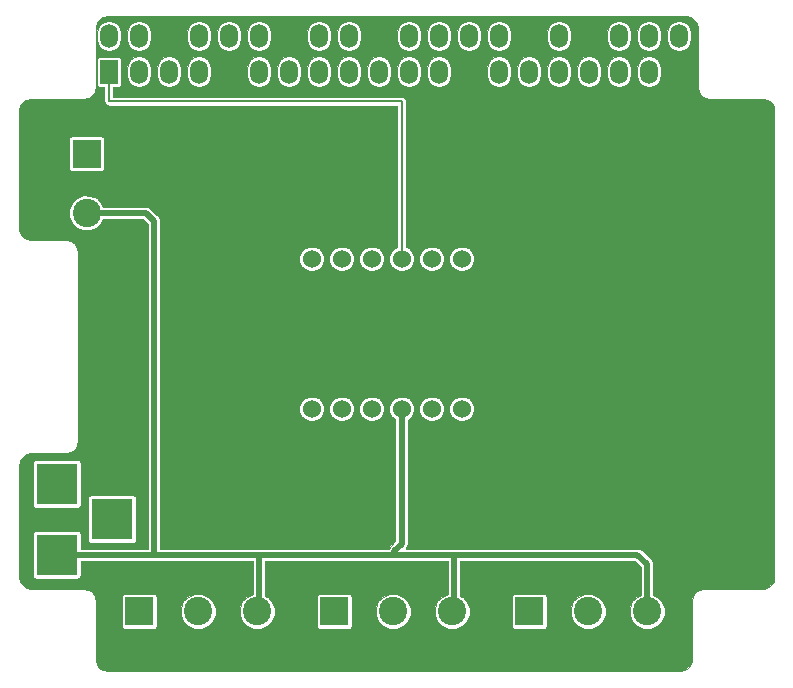
<source format=gbl>
G04 #@! TF.FileFunction,Copper,L2,Bot,Signal*
%FSLAX46Y46*%
G04 Gerber Fmt 4.6, Leading zero omitted, Abs format (unit mm)*
G04 Created by KiCad (PCBNEW 4.0.7) date 10/03/17 12:38:28*
%MOMM*%
%LPD*%
G01*
G04 APERTURE LIST*
%ADD10C,0.100000*%
%ADD11R,1.524000X1.998980*%
%ADD12O,1.524000X1.998980*%
%ADD13R,2.400000X2.400000*%
%ADD14C,2.400000*%
%ADD15R,3.500000X3.500000*%
%ADD16C,1.524000*%
%ADD17C,0.500000*%
%ADD18C,0.200000*%
%ADD19C,0.050000*%
G04 APERTURE END LIST*
D10*
D11*
X113290000Y-76338920D03*
D12*
X113290000Y-73301080D03*
X115830000Y-76338920D03*
X115830000Y-73301080D03*
X118370000Y-76338920D03*
X118370000Y-73301080D03*
X120910000Y-76338920D03*
X120910000Y-73301080D03*
X123450000Y-76338920D03*
X123450000Y-73301080D03*
X125990000Y-76338920D03*
X125990000Y-73301080D03*
X128530000Y-76338920D03*
X128530000Y-73301080D03*
X131070000Y-76338920D03*
X131070000Y-73301080D03*
X133610000Y-76338920D03*
X133610000Y-73301080D03*
X136150000Y-76338920D03*
X136150000Y-73301080D03*
X138690000Y-76338920D03*
X138690000Y-73301080D03*
X141230000Y-76338920D03*
X141230000Y-73301080D03*
X143770000Y-76338920D03*
X143770000Y-73301080D03*
X146310000Y-76338920D03*
X146310000Y-73301080D03*
X148850000Y-76338920D03*
X148850000Y-73301080D03*
X151390000Y-76338920D03*
X151390000Y-73301080D03*
X153930000Y-76338920D03*
X153930000Y-73301080D03*
X156470000Y-76338920D03*
X156470000Y-73301080D03*
X159010000Y-76338920D03*
X159010000Y-73301080D03*
X161550000Y-76338920D03*
X161550000Y-73301080D03*
D13*
X115850000Y-122020000D03*
D14*
X120850000Y-122020000D03*
X125850000Y-122020000D03*
D13*
X132360000Y-122020000D03*
D14*
X137360000Y-122020000D03*
X142360000Y-122020000D03*
D13*
X148870000Y-122020000D03*
D14*
X153870000Y-122020000D03*
X158870000Y-122020000D03*
D13*
X111405000Y-83285000D03*
D14*
X111405000Y-88285000D03*
D15*
X108865000Y-111225000D03*
X108865000Y-117225000D03*
X113565000Y-114225000D03*
D16*
X143155000Y-92175000D03*
X140615000Y-92175000D03*
X138075000Y-92175000D03*
X135535000Y-92175000D03*
X132995000Y-92175000D03*
X130455000Y-92175000D03*
X130455000Y-104875000D03*
X132995000Y-104875000D03*
X135535000Y-104875000D03*
X138075000Y-104875000D03*
X140615000Y-104875000D03*
X143155000Y-104875000D03*
D17*
X117120000Y-116940000D02*
X117120000Y-89000000D01*
X116405000Y-88285000D02*
X111405000Y-88285000D01*
X117120000Y-89000000D02*
X116405000Y-88285000D01*
X138075000Y-104875000D02*
X138075000Y-116305000D01*
X138075000Y-116305000D02*
X137440000Y-116940000D01*
X126010000Y-117225000D02*
X126010000Y-121860000D01*
X126010000Y-121860000D02*
X125850000Y-122020000D01*
X142520000Y-117225000D02*
X142520000Y-121860000D01*
X142520000Y-121860000D02*
X142360000Y-122020000D01*
X108865000Y-117225000D02*
X126010000Y-117225000D01*
X126010000Y-117225000D02*
X142520000Y-117225000D01*
X142520000Y-117225000D02*
X158045000Y-117225000D01*
X158870000Y-118050000D02*
X158870000Y-122020000D01*
X158045000Y-117225000D02*
X158870000Y-118050000D01*
D18*
X138075000Y-92175000D02*
X138075000Y-78840000D01*
X113290000Y-78820000D02*
X113290000Y-76090000D01*
X113310000Y-78840000D02*
X113290000Y-78820000D01*
X138075000Y-78840000D02*
X113310000Y-78840000D01*
D19*
G36*
X162542929Y-71719670D02*
X162859083Y-71930917D01*
X163070330Y-72247071D01*
X163145000Y-72622464D01*
X163145000Y-77620000D01*
X163145480Y-77624877D01*
X163221600Y-78007560D01*
X163225333Y-78016572D01*
X163442106Y-78340996D01*
X163449004Y-78347894D01*
X163773428Y-78564667D01*
X163782440Y-78568400D01*
X164165123Y-78644520D01*
X164170000Y-78645000D01*
X168667536Y-78645000D01*
X169042929Y-78719670D01*
X169359083Y-78930917D01*
X169570330Y-79247071D01*
X169595000Y-79371096D01*
X169595000Y-119368904D01*
X169570330Y-119492929D01*
X169359083Y-119809083D01*
X169042929Y-120020330D01*
X168667536Y-120095000D01*
X163670000Y-120095000D01*
X163665123Y-120095480D01*
X163282440Y-120171600D01*
X163273428Y-120175333D01*
X162949004Y-120392106D01*
X162942106Y-120399004D01*
X162725333Y-120723428D01*
X162721600Y-120732440D01*
X162645480Y-121115123D01*
X162645000Y-121120000D01*
X162645000Y-126117536D01*
X162570330Y-126492929D01*
X162359083Y-126809083D01*
X162042929Y-127020330D01*
X161667536Y-127095000D01*
X113172464Y-127095000D01*
X112797071Y-127020330D01*
X112480917Y-126809083D01*
X112269670Y-126492929D01*
X112195000Y-126117536D01*
X112195000Y-121120000D01*
X112194520Y-121115123D01*
X112135817Y-120820000D01*
X114369613Y-120820000D01*
X114369613Y-123220000D01*
X114388788Y-123321909D01*
X114449016Y-123415506D01*
X114540914Y-123478296D01*
X114650000Y-123500387D01*
X117050000Y-123500387D01*
X117151909Y-123481212D01*
X117245506Y-123420984D01*
X117308296Y-123329086D01*
X117330387Y-123220000D01*
X117330387Y-122312108D01*
X119374744Y-122312108D01*
X119598827Y-122854429D01*
X120013389Y-123269715D01*
X120555317Y-123494743D01*
X121142108Y-123495256D01*
X121684429Y-123271173D01*
X122099715Y-122856611D01*
X122324743Y-122314683D01*
X122325256Y-121727892D01*
X122101173Y-121185571D01*
X121686611Y-120770285D01*
X121144683Y-120545257D01*
X120557892Y-120544744D01*
X120015571Y-120768827D01*
X119600285Y-121183389D01*
X119375257Y-121725317D01*
X119374744Y-122312108D01*
X117330387Y-122312108D01*
X117330387Y-120820000D01*
X117311212Y-120718091D01*
X117250984Y-120624494D01*
X117159086Y-120561704D01*
X117050000Y-120539613D01*
X114650000Y-120539613D01*
X114548091Y-120558788D01*
X114454494Y-120619016D01*
X114391704Y-120710914D01*
X114369613Y-120820000D01*
X112135817Y-120820000D01*
X112118400Y-120732440D01*
X112114667Y-120723428D01*
X111897894Y-120399004D01*
X111890996Y-120392106D01*
X111566572Y-120175333D01*
X111557560Y-120171600D01*
X111174877Y-120095480D01*
X111170000Y-120095000D01*
X106672464Y-120095000D01*
X106297071Y-120020330D01*
X105980917Y-119809083D01*
X105769670Y-119492929D01*
X105695000Y-119117536D01*
X105695000Y-115475000D01*
X106834613Y-115475000D01*
X106834613Y-118975000D01*
X106853788Y-119076909D01*
X106914016Y-119170506D01*
X107005914Y-119233296D01*
X107115000Y-119255387D01*
X110615000Y-119255387D01*
X110716909Y-119236212D01*
X110810506Y-119175984D01*
X110873296Y-119084086D01*
X110895387Y-118975000D01*
X110895387Y-117750000D01*
X125485000Y-117750000D01*
X125485000Y-120574862D01*
X125015571Y-120768827D01*
X124600285Y-121183389D01*
X124375257Y-121725317D01*
X124374744Y-122312108D01*
X124598827Y-122854429D01*
X125013389Y-123269715D01*
X125555317Y-123494743D01*
X126142108Y-123495256D01*
X126684429Y-123271173D01*
X127099715Y-122856611D01*
X127324743Y-122314683D01*
X127325256Y-121727892D01*
X127101173Y-121185571D01*
X126736240Y-120820000D01*
X130879613Y-120820000D01*
X130879613Y-123220000D01*
X130898788Y-123321909D01*
X130959016Y-123415506D01*
X131050914Y-123478296D01*
X131160000Y-123500387D01*
X133560000Y-123500387D01*
X133661909Y-123481212D01*
X133755506Y-123420984D01*
X133818296Y-123329086D01*
X133840387Y-123220000D01*
X133840387Y-122312108D01*
X135884744Y-122312108D01*
X136108827Y-122854429D01*
X136523389Y-123269715D01*
X137065317Y-123494743D01*
X137652108Y-123495256D01*
X138194429Y-123271173D01*
X138609715Y-122856611D01*
X138834743Y-122314683D01*
X138835256Y-121727892D01*
X138611173Y-121185571D01*
X138196611Y-120770285D01*
X137654683Y-120545257D01*
X137067892Y-120544744D01*
X136525571Y-120768827D01*
X136110285Y-121183389D01*
X135885257Y-121725317D01*
X135884744Y-122312108D01*
X133840387Y-122312108D01*
X133840387Y-120820000D01*
X133821212Y-120718091D01*
X133760984Y-120624494D01*
X133669086Y-120561704D01*
X133560000Y-120539613D01*
X131160000Y-120539613D01*
X131058091Y-120558788D01*
X130964494Y-120619016D01*
X130901704Y-120710914D01*
X130879613Y-120820000D01*
X126736240Y-120820000D01*
X126686611Y-120770285D01*
X126535000Y-120707331D01*
X126535000Y-117750000D01*
X141995000Y-117750000D01*
X141995000Y-120574862D01*
X141525571Y-120768827D01*
X141110285Y-121183389D01*
X140885257Y-121725317D01*
X140884744Y-122312108D01*
X141108827Y-122854429D01*
X141523389Y-123269715D01*
X142065317Y-123494743D01*
X142652108Y-123495256D01*
X143194429Y-123271173D01*
X143609715Y-122856611D01*
X143834743Y-122314683D01*
X143835256Y-121727892D01*
X143611173Y-121185571D01*
X143246240Y-120820000D01*
X147389613Y-120820000D01*
X147389613Y-123220000D01*
X147408788Y-123321909D01*
X147469016Y-123415506D01*
X147560914Y-123478296D01*
X147670000Y-123500387D01*
X150070000Y-123500387D01*
X150171909Y-123481212D01*
X150265506Y-123420984D01*
X150328296Y-123329086D01*
X150350387Y-123220000D01*
X150350387Y-122312108D01*
X152394744Y-122312108D01*
X152618827Y-122854429D01*
X153033389Y-123269715D01*
X153575317Y-123494743D01*
X154162108Y-123495256D01*
X154704429Y-123271173D01*
X155119715Y-122856611D01*
X155344743Y-122314683D01*
X155345256Y-121727892D01*
X155121173Y-121185571D01*
X154706611Y-120770285D01*
X154164683Y-120545257D01*
X153577892Y-120544744D01*
X153035571Y-120768827D01*
X152620285Y-121183389D01*
X152395257Y-121725317D01*
X152394744Y-122312108D01*
X150350387Y-122312108D01*
X150350387Y-120820000D01*
X150331212Y-120718091D01*
X150270984Y-120624494D01*
X150179086Y-120561704D01*
X150070000Y-120539613D01*
X147670000Y-120539613D01*
X147568091Y-120558788D01*
X147474494Y-120619016D01*
X147411704Y-120710914D01*
X147389613Y-120820000D01*
X143246240Y-120820000D01*
X143196611Y-120770285D01*
X143045000Y-120707331D01*
X143045000Y-117750000D01*
X157827538Y-117750000D01*
X158345000Y-118267462D01*
X158345000Y-120640973D01*
X158035571Y-120768827D01*
X157620285Y-121183389D01*
X157395257Y-121725317D01*
X157394744Y-122312108D01*
X157618827Y-122854429D01*
X158033389Y-123269715D01*
X158575317Y-123494743D01*
X159162108Y-123495256D01*
X159704429Y-123271173D01*
X160119715Y-122856611D01*
X160344743Y-122314683D01*
X160345256Y-121727892D01*
X160121173Y-121185571D01*
X159706611Y-120770285D01*
X159395000Y-120640893D01*
X159395000Y-118050000D01*
X159355037Y-117849091D01*
X159241231Y-117678769D01*
X158416231Y-116853769D01*
X158245909Y-116739963D01*
X158045000Y-116700000D01*
X138422462Y-116700000D01*
X138446231Y-116676231D01*
X138560037Y-116505909D01*
X138600000Y-116305000D01*
X138600000Y-105780110D01*
X138661646Y-105754638D01*
X138953613Y-105463180D01*
X139111820Y-105082177D01*
X139111821Y-105080367D01*
X139577820Y-105080367D01*
X139735362Y-105461646D01*
X140026820Y-105753613D01*
X140407823Y-105911820D01*
X140820367Y-105912180D01*
X141201646Y-105754638D01*
X141493613Y-105463180D01*
X141651820Y-105082177D01*
X141651821Y-105080367D01*
X142117820Y-105080367D01*
X142275362Y-105461646D01*
X142566820Y-105753613D01*
X142947823Y-105911820D01*
X143360367Y-105912180D01*
X143741646Y-105754638D01*
X144033613Y-105463180D01*
X144191820Y-105082177D01*
X144192180Y-104669633D01*
X144034638Y-104288354D01*
X143743180Y-103996387D01*
X143362177Y-103838180D01*
X142949633Y-103837820D01*
X142568354Y-103995362D01*
X142276387Y-104286820D01*
X142118180Y-104667823D01*
X142117820Y-105080367D01*
X141651821Y-105080367D01*
X141652180Y-104669633D01*
X141494638Y-104288354D01*
X141203180Y-103996387D01*
X140822177Y-103838180D01*
X140409633Y-103837820D01*
X140028354Y-103995362D01*
X139736387Y-104286820D01*
X139578180Y-104667823D01*
X139577820Y-105080367D01*
X139111821Y-105080367D01*
X139112180Y-104669633D01*
X138954638Y-104288354D01*
X138663180Y-103996387D01*
X138282177Y-103838180D01*
X137869633Y-103837820D01*
X137488354Y-103995362D01*
X137196387Y-104286820D01*
X137038180Y-104667823D01*
X137037820Y-105080367D01*
X137195362Y-105461646D01*
X137486820Y-105753613D01*
X137550000Y-105779848D01*
X137550000Y-116087538D01*
X137068769Y-116568769D01*
X136981083Y-116700000D01*
X117645000Y-116700000D01*
X117645000Y-105080367D01*
X129417820Y-105080367D01*
X129575362Y-105461646D01*
X129866820Y-105753613D01*
X130247823Y-105911820D01*
X130660367Y-105912180D01*
X131041646Y-105754638D01*
X131333613Y-105463180D01*
X131491820Y-105082177D01*
X131491821Y-105080367D01*
X131957820Y-105080367D01*
X132115362Y-105461646D01*
X132406820Y-105753613D01*
X132787823Y-105911820D01*
X133200367Y-105912180D01*
X133581646Y-105754638D01*
X133873613Y-105463180D01*
X134031820Y-105082177D01*
X134031821Y-105080367D01*
X134497820Y-105080367D01*
X134655362Y-105461646D01*
X134946820Y-105753613D01*
X135327823Y-105911820D01*
X135740367Y-105912180D01*
X136121646Y-105754638D01*
X136413613Y-105463180D01*
X136571820Y-105082177D01*
X136572180Y-104669633D01*
X136414638Y-104288354D01*
X136123180Y-103996387D01*
X135742177Y-103838180D01*
X135329633Y-103837820D01*
X134948354Y-103995362D01*
X134656387Y-104286820D01*
X134498180Y-104667823D01*
X134497820Y-105080367D01*
X134031821Y-105080367D01*
X134032180Y-104669633D01*
X133874638Y-104288354D01*
X133583180Y-103996387D01*
X133202177Y-103838180D01*
X132789633Y-103837820D01*
X132408354Y-103995362D01*
X132116387Y-104286820D01*
X131958180Y-104667823D01*
X131957820Y-105080367D01*
X131491821Y-105080367D01*
X131492180Y-104669633D01*
X131334638Y-104288354D01*
X131043180Y-103996387D01*
X130662177Y-103838180D01*
X130249633Y-103837820D01*
X129868354Y-103995362D01*
X129576387Y-104286820D01*
X129418180Y-104667823D01*
X129417820Y-105080367D01*
X117645000Y-105080367D01*
X117645000Y-92380367D01*
X129417820Y-92380367D01*
X129575362Y-92761646D01*
X129866820Y-93053613D01*
X130247823Y-93211820D01*
X130660367Y-93212180D01*
X131041646Y-93054638D01*
X131333613Y-92763180D01*
X131491820Y-92382177D01*
X131491821Y-92380367D01*
X131957820Y-92380367D01*
X132115362Y-92761646D01*
X132406820Y-93053613D01*
X132787823Y-93211820D01*
X133200367Y-93212180D01*
X133581646Y-93054638D01*
X133873613Y-92763180D01*
X134031820Y-92382177D01*
X134031821Y-92380367D01*
X134497820Y-92380367D01*
X134655362Y-92761646D01*
X134946820Y-93053613D01*
X135327823Y-93211820D01*
X135740367Y-93212180D01*
X136121646Y-93054638D01*
X136413613Y-92763180D01*
X136571820Y-92382177D01*
X136572180Y-91969633D01*
X136414638Y-91588354D01*
X136123180Y-91296387D01*
X135742177Y-91138180D01*
X135329633Y-91137820D01*
X134948354Y-91295362D01*
X134656387Y-91586820D01*
X134498180Y-91967823D01*
X134497820Y-92380367D01*
X134031821Y-92380367D01*
X134032180Y-91969633D01*
X133874638Y-91588354D01*
X133583180Y-91296387D01*
X133202177Y-91138180D01*
X132789633Y-91137820D01*
X132408354Y-91295362D01*
X132116387Y-91586820D01*
X131958180Y-91967823D01*
X131957820Y-92380367D01*
X131491821Y-92380367D01*
X131492180Y-91969633D01*
X131334638Y-91588354D01*
X131043180Y-91296387D01*
X130662177Y-91138180D01*
X130249633Y-91137820D01*
X129868354Y-91295362D01*
X129576387Y-91586820D01*
X129418180Y-91967823D01*
X129417820Y-92380367D01*
X117645000Y-92380367D01*
X117645000Y-89000000D01*
X117605037Y-88799091D01*
X117491231Y-88628769D01*
X116776231Y-87913769D01*
X116605909Y-87799963D01*
X116405000Y-87760000D01*
X112784027Y-87760000D01*
X112656173Y-87450571D01*
X112241611Y-87035285D01*
X111699683Y-86810257D01*
X111112892Y-86809744D01*
X110570571Y-87033827D01*
X110155285Y-87448389D01*
X109930257Y-87990317D01*
X109929744Y-88577108D01*
X110153827Y-89119429D01*
X110568389Y-89534715D01*
X111110317Y-89759743D01*
X111697108Y-89760256D01*
X112239429Y-89536173D01*
X112654715Y-89121611D01*
X112784107Y-88810000D01*
X116187538Y-88810000D01*
X116595000Y-89217462D01*
X116595000Y-116700000D01*
X110895387Y-116700000D01*
X110895387Y-115475000D01*
X110876212Y-115373091D01*
X110815984Y-115279494D01*
X110724086Y-115216704D01*
X110615000Y-115194613D01*
X107115000Y-115194613D01*
X107013091Y-115213788D01*
X106919494Y-115274016D01*
X106856704Y-115365914D01*
X106834613Y-115475000D01*
X105695000Y-115475000D01*
X105695000Y-109622464D01*
X105724332Y-109475000D01*
X106834613Y-109475000D01*
X106834613Y-112975000D01*
X106853788Y-113076909D01*
X106914016Y-113170506D01*
X107005914Y-113233296D01*
X107115000Y-113255387D01*
X110615000Y-113255387D01*
X110716909Y-113236212D01*
X110810506Y-113175984D01*
X110873296Y-113084086D01*
X110895387Y-112975000D01*
X110895387Y-112475000D01*
X111534613Y-112475000D01*
X111534613Y-115975000D01*
X111553788Y-116076909D01*
X111614016Y-116170506D01*
X111705914Y-116233296D01*
X111815000Y-116255387D01*
X115315000Y-116255387D01*
X115416909Y-116236212D01*
X115510506Y-116175984D01*
X115573296Y-116084086D01*
X115595387Y-115975000D01*
X115595387Y-112475000D01*
X115576212Y-112373091D01*
X115515984Y-112279494D01*
X115424086Y-112216704D01*
X115315000Y-112194613D01*
X111815000Y-112194613D01*
X111713091Y-112213788D01*
X111619494Y-112274016D01*
X111556704Y-112365914D01*
X111534613Y-112475000D01*
X110895387Y-112475000D01*
X110895387Y-109475000D01*
X110876212Y-109373091D01*
X110815984Y-109279494D01*
X110724086Y-109216704D01*
X110615000Y-109194613D01*
X107115000Y-109194613D01*
X107013091Y-109213788D01*
X106919494Y-109274016D01*
X106856704Y-109365914D01*
X106834613Y-109475000D01*
X105724332Y-109475000D01*
X105769670Y-109247071D01*
X105980917Y-108930917D01*
X106297071Y-108719670D01*
X106672464Y-108645000D01*
X109670000Y-108645000D01*
X109674877Y-108644520D01*
X110057560Y-108568400D01*
X110066572Y-108564667D01*
X110390996Y-108347894D01*
X110397894Y-108340996D01*
X110614667Y-108016572D01*
X110618400Y-108007560D01*
X110694520Y-107624877D01*
X110695000Y-107620000D01*
X110695000Y-91620000D01*
X110694520Y-91615123D01*
X110618400Y-91232440D01*
X110614667Y-91223428D01*
X110397894Y-90899004D01*
X110390996Y-90892106D01*
X110066572Y-90675333D01*
X110057560Y-90671600D01*
X109674877Y-90595480D01*
X109670000Y-90595000D01*
X106672464Y-90595000D01*
X106297071Y-90520330D01*
X105980917Y-90309083D01*
X105769670Y-89992929D01*
X105695000Y-89617536D01*
X105695000Y-82085000D01*
X109924613Y-82085000D01*
X109924613Y-84485000D01*
X109943788Y-84586909D01*
X110004016Y-84680506D01*
X110095914Y-84743296D01*
X110205000Y-84765387D01*
X112605000Y-84765387D01*
X112706909Y-84746212D01*
X112800506Y-84685984D01*
X112863296Y-84594086D01*
X112885387Y-84485000D01*
X112885387Y-82085000D01*
X112866212Y-81983091D01*
X112805984Y-81889494D01*
X112714086Y-81826704D01*
X112605000Y-81804613D01*
X110205000Y-81804613D01*
X110103091Y-81823788D01*
X110009494Y-81884016D01*
X109946704Y-81975914D01*
X109924613Y-82085000D01*
X105695000Y-82085000D01*
X105695000Y-79622464D01*
X105769670Y-79247071D01*
X105980917Y-78930917D01*
X106297071Y-78719670D01*
X106672464Y-78645000D01*
X111170000Y-78645000D01*
X111174877Y-78644520D01*
X111557560Y-78568400D01*
X111566572Y-78564667D01*
X111890996Y-78347894D01*
X111897894Y-78340996D01*
X112114667Y-78016572D01*
X112118400Y-78007560D01*
X112194520Y-77624877D01*
X112195000Y-77620000D01*
X112195000Y-75339430D01*
X112247613Y-75339430D01*
X112247613Y-77338410D01*
X112266788Y-77440319D01*
X112327016Y-77533916D01*
X112418914Y-77596706D01*
X112528000Y-77618797D01*
X112915000Y-77618797D01*
X112915000Y-78820000D01*
X112943545Y-78963507D01*
X113024835Y-79085165D01*
X113044835Y-79105165D01*
X113166493Y-79186455D01*
X113310000Y-79215000D01*
X137700000Y-79215000D01*
X137700000Y-91207911D01*
X137488354Y-91295362D01*
X137196387Y-91586820D01*
X137038180Y-91967823D01*
X137037820Y-92380367D01*
X137195362Y-92761646D01*
X137486820Y-93053613D01*
X137867823Y-93211820D01*
X138280367Y-93212180D01*
X138661646Y-93054638D01*
X138953613Y-92763180D01*
X139111820Y-92382177D01*
X139111821Y-92380367D01*
X139577820Y-92380367D01*
X139735362Y-92761646D01*
X140026820Y-93053613D01*
X140407823Y-93211820D01*
X140820367Y-93212180D01*
X141201646Y-93054638D01*
X141493613Y-92763180D01*
X141651820Y-92382177D01*
X141651821Y-92380367D01*
X142117820Y-92380367D01*
X142275362Y-92761646D01*
X142566820Y-93053613D01*
X142947823Y-93211820D01*
X143360367Y-93212180D01*
X143741646Y-93054638D01*
X144033613Y-92763180D01*
X144191820Y-92382177D01*
X144192180Y-91969633D01*
X144034638Y-91588354D01*
X143743180Y-91296387D01*
X143362177Y-91138180D01*
X142949633Y-91137820D01*
X142568354Y-91295362D01*
X142276387Y-91586820D01*
X142118180Y-91967823D01*
X142117820Y-92380367D01*
X141651821Y-92380367D01*
X141652180Y-91969633D01*
X141494638Y-91588354D01*
X141203180Y-91296387D01*
X140822177Y-91138180D01*
X140409633Y-91137820D01*
X140028354Y-91295362D01*
X139736387Y-91586820D01*
X139578180Y-91967823D01*
X139577820Y-92380367D01*
X139111821Y-92380367D01*
X139112180Y-91969633D01*
X138954638Y-91588354D01*
X138663180Y-91296387D01*
X138450000Y-91207867D01*
X138450000Y-78840000D01*
X138421455Y-78696494D01*
X138340165Y-78574835D01*
X138218506Y-78493545D01*
X138075000Y-78465000D01*
X113665000Y-78465000D01*
X113665000Y-77618797D01*
X114052000Y-77618797D01*
X114153909Y-77599622D01*
X114247506Y-77539394D01*
X114310296Y-77447496D01*
X114332387Y-77338410D01*
X114332387Y-76076461D01*
X114793000Y-76076461D01*
X114793000Y-76601379D01*
X114871937Y-76998222D01*
X115096730Y-77334649D01*
X115433157Y-77559442D01*
X115830000Y-77638379D01*
X116226843Y-77559442D01*
X116563270Y-77334649D01*
X116788063Y-76998222D01*
X116867000Y-76601379D01*
X116867000Y-76076461D01*
X117333000Y-76076461D01*
X117333000Y-76601379D01*
X117411937Y-76998222D01*
X117636730Y-77334649D01*
X117973157Y-77559442D01*
X118370000Y-77638379D01*
X118766843Y-77559442D01*
X119103270Y-77334649D01*
X119328063Y-76998222D01*
X119407000Y-76601379D01*
X119407000Y-76076461D01*
X119873000Y-76076461D01*
X119873000Y-76601379D01*
X119951937Y-76998222D01*
X120176730Y-77334649D01*
X120513157Y-77559442D01*
X120910000Y-77638379D01*
X121306843Y-77559442D01*
X121643270Y-77334649D01*
X121868063Y-76998222D01*
X121947000Y-76601379D01*
X121947000Y-76076461D01*
X124953000Y-76076461D01*
X124953000Y-76601379D01*
X125031937Y-76998222D01*
X125256730Y-77334649D01*
X125593157Y-77559442D01*
X125990000Y-77638379D01*
X126386843Y-77559442D01*
X126723270Y-77334649D01*
X126948063Y-76998222D01*
X127027000Y-76601379D01*
X127027000Y-76076461D01*
X127493000Y-76076461D01*
X127493000Y-76601379D01*
X127571937Y-76998222D01*
X127796730Y-77334649D01*
X128133157Y-77559442D01*
X128530000Y-77638379D01*
X128926843Y-77559442D01*
X129263270Y-77334649D01*
X129488063Y-76998222D01*
X129567000Y-76601379D01*
X129567000Y-76076461D01*
X130033000Y-76076461D01*
X130033000Y-76601379D01*
X130111937Y-76998222D01*
X130336730Y-77334649D01*
X130673157Y-77559442D01*
X131070000Y-77638379D01*
X131466843Y-77559442D01*
X131803270Y-77334649D01*
X132028063Y-76998222D01*
X132107000Y-76601379D01*
X132107000Y-76076461D01*
X132573000Y-76076461D01*
X132573000Y-76601379D01*
X132651937Y-76998222D01*
X132876730Y-77334649D01*
X133213157Y-77559442D01*
X133610000Y-77638379D01*
X134006843Y-77559442D01*
X134343270Y-77334649D01*
X134568063Y-76998222D01*
X134647000Y-76601379D01*
X134647000Y-76076461D01*
X135113000Y-76076461D01*
X135113000Y-76601379D01*
X135191937Y-76998222D01*
X135416730Y-77334649D01*
X135753157Y-77559442D01*
X136150000Y-77638379D01*
X136546843Y-77559442D01*
X136883270Y-77334649D01*
X137108063Y-76998222D01*
X137187000Y-76601379D01*
X137187000Y-76076461D01*
X137653000Y-76076461D01*
X137653000Y-76601379D01*
X137731937Y-76998222D01*
X137956730Y-77334649D01*
X138293157Y-77559442D01*
X138690000Y-77638379D01*
X139086843Y-77559442D01*
X139423270Y-77334649D01*
X139648063Y-76998222D01*
X139727000Y-76601379D01*
X139727000Y-76076461D01*
X140193000Y-76076461D01*
X140193000Y-76601379D01*
X140271937Y-76998222D01*
X140496730Y-77334649D01*
X140833157Y-77559442D01*
X141230000Y-77638379D01*
X141626843Y-77559442D01*
X141963270Y-77334649D01*
X142188063Y-76998222D01*
X142267000Y-76601379D01*
X142267000Y-76076461D01*
X145273000Y-76076461D01*
X145273000Y-76601379D01*
X145351937Y-76998222D01*
X145576730Y-77334649D01*
X145913157Y-77559442D01*
X146310000Y-77638379D01*
X146706843Y-77559442D01*
X147043270Y-77334649D01*
X147268063Y-76998222D01*
X147347000Y-76601379D01*
X147347000Y-76076461D01*
X147813000Y-76076461D01*
X147813000Y-76601379D01*
X147891937Y-76998222D01*
X148116730Y-77334649D01*
X148453157Y-77559442D01*
X148850000Y-77638379D01*
X149246843Y-77559442D01*
X149583270Y-77334649D01*
X149808063Y-76998222D01*
X149887000Y-76601379D01*
X149887000Y-76076461D01*
X150353000Y-76076461D01*
X150353000Y-76601379D01*
X150431937Y-76998222D01*
X150656730Y-77334649D01*
X150993157Y-77559442D01*
X151390000Y-77638379D01*
X151786843Y-77559442D01*
X152123270Y-77334649D01*
X152348063Y-76998222D01*
X152427000Y-76601379D01*
X152427000Y-76076461D01*
X152893000Y-76076461D01*
X152893000Y-76601379D01*
X152971937Y-76998222D01*
X153196730Y-77334649D01*
X153533157Y-77559442D01*
X153930000Y-77638379D01*
X154326843Y-77559442D01*
X154663270Y-77334649D01*
X154888063Y-76998222D01*
X154967000Y-76601379D01*
X154967000Y-76076461D01*
X155433000Y-76076461D01*
X155433000Y-76601379D01*
X155511937Y-76998222D01*
X155736730Y-77334649D01*
X156073157Y-77559442D01*
X156470000Y-77638379D01*
X156866843Y-77559442D01*
X157203270Y-77334649D01*
X157428063Y-76998222D01*
X157507000Y-76601379D01*
X157507000Y-76076461D01*
X157973000Y-76076461D01*
X157973000Y-76601379D01*
X158051937Y-76998222D01*
X158276730Y-77334649D01*
X158613157Y-77559442D01*
X159010000Y-77638379D01*
X159406843Y-77559442D01*
X159743270Y-77334649D01*
X159968063Y-76998222D01*
X160047000Y-76601379D01*
X160047000Y-76076461D01*
X159968063Y-75679618D01*
X159743270Y-75343191D01*
X159406843Y-75118398D01*
X159010000Y-75039461D01*
X158613157Y-75118398D01*
X158276730Y-75343191D01*
X158051937Y-75679618D01*
X157973000Y-76076461D01*
X157507000Y-76076461D01*
X157428063Y-75679618D01*
X157203270Y-75343191D01*
X156866843Y-75118398D01*
X156470000Y-75039461D01*
X156073157Y-75118398D01*
X155736730Y-75343191D01*
X155511937Y-75679618D01*
X155433000Y-76076461D01*
X154967000Y-76076461D01*
X154888063Y-75679618D01*
X154663270Y-75343191D01*
X154326843Y-75118398D01*
X153930000Y-75039461D01*
X153533157Y-75118398D01*
X153196730Y-75343191D01*
X152971937Y-75679618D01*
X152893000Y-76076461D01*
X152427000Y-76076461D01*
X152348063Y-75679618D01*
X152123270Y-75343191D01*
X151786843Y-75118398D01*
X151390000Y-75039461D01*
X150993157Y-75118398D01*
X150656730Y-75343191D01*
X150431937Y-75679618D01*
X150353000Y-76076461D01*
X149887000Y-76076461D01*
X149808063Y-75679618D01*
X149583270Y-75343191D01*
X149246843Y-75118398D01*
X148850000Y-75039461D01*
X148453157Y-75118398D01*
X148116730Y-75343191D01*
X147891937Y-75679618D01*
X147813000Y-76076461D01*
X147347000Y-76076461D01*
X147268063Y-75679618D01*
X147043270Y-75343191D01*
X146706843Y-75118398D01*
X146310000Y-75039461D01*
X145913157Y-75118398D01*
X145576730Y-75343191D01*
X145351937Y-75679618D01*
X145273000Y-76076461D01*
X142267000Y-76076461D01*
X142188063Y-75679618D01*
X141963270Y-75343191D01*
X141626843Y-75118398D01*
X141230000Y-75039461D01*
X140833157Y-75118398D01*
X140496730Y-75343191D01*
X140271937Y-75679618D01*
X140193000Y-76076461D01*
X139727000Y-76076461D01*
X139648063Y-75679618D01*
X139423270Y-75343191D01*
X139086843Y-75118398D01*
X138690000Y-75039461D01*
X138293157Y-75118398D01*
X137956730Y-75343191D01*
X137731937Y-75679618D01*
X137653000Y-76076461D01*
X137187000Y-76076461D01*
X137108063Y-75679618D01*
X136883270Y-75343191D01*
X136546843Y-75118398D01*
X136150000Y-75039461D01*
X135753157Y-75118398D01*
X135416730Y-75343191D01*
X135191937Y-75679618D01*
X135113000Y-76076461D01*
X134647000Y-76076461D01*
X134568063Y-75679618D01*
X134343270Y-75343191D01*
X134006843Y-75118398D01*
X133610000Y-75039461D01*
X133213157Y-75118398D01*
X132876730Y-75343191D01*
X132651937Y-75679618D01*
X132573000Y-76076461D01*
X132107000Y-76076461D01*
X132028063Y-75679618D01*
X131803270Y-75343191D01*
X131466843Y-75118398D01*
X131070000Y-75039461D01*
X130673157Y-75118398D01*
X130336730Y-75343191D01*
X130111937Y-75679618D01*
X130033000Y-76076461D01*
X129567000Y-76076461D01*
X129488063Y-75679618D01*
X129263270Y-75343191D01*
X128926843Y-75118398D01*
X128530000Y-75039461D01*
X128133157Y-75118398D01*
X127796730Y-75343191D01*
X127571937Y-75679618D01*
X127493000Y-76076461D01*
X127027000Y-76076461D01*
X126948063Y-75679618D01*
X126723270Y-75343191D01*
X126386843Y-75118398D01*
X125990000Y-75039461D01*
X125593157Y-75118398D01*
X125256730Y-75343191D01*
X125031937Y-75679618D01*
X124953000Y-76076461D01*
X121947000Y-76076461D01*
X121868063Y-75679618D01*
X121643270Y-75343191D01*
X121306843Y-75118398D01*
X120910000Y-75039461D01*
X120513157Y-75118398D01*
X120176730Y-75343191D01*
X119951937Y-75679618D01*
X119873000Y-76076461D01*
X119407000Y-76076461D01*
X119328063Y-75679618D01*
X119103270Y-75343191D01*
X118766843Y-75118398D01*
X118370000Y-75039461D01*
X117973157Y-75118398D01*
X117636730Y-75343191D01*
X117411937Y-75679618D01*
X117333000Y-76076461D01*
X116867000Y-76076461D01*
X116788063Y-75679618D01*
X116563270Y-75343191D01*
X116226843Y-75118398D01*
X115830000Y-75039461D01*
X115433157Y-75118398D01*
X115096730Y-75343191D01*
X114871937Y-75679618D01*
X114793000Y-76076461D01*
X114332387Y-76076461D01*
X114332387Y-75339430D01*
X114313212Y-75237521D01*
X114252984Y-75143924D01*
X114161086Y-75081134D01*
X114052000Y-75059043D01*
X112528000Y-75059043D01*
X112426091Y-75078218D01*
X112332494Y-75138446D01*
X112269704Y-75230344D01*
X112247613Y-75339430D01*
X112195000Y-75339430D01*
X112195000Y-73038621D01*
X112253000Y-73038621D01*
X112253000Y-73563539D01*
X112331937Y-73960382D01*
X112556730Y-74296809D01*
X112893157Y-74521602D01*
X113290000Y-74600539D01*
X113686843Y-74521602D01*
X114023270Y-74296809D01*
X114248063Y-73960382D01*
X114327000Y-73563539D01*
X114327000Y-73038621D01*
X114793000Y-73038621D01*
X114793000Y-73563539D01*
X114871937Y-73960382D01*
X115096730Y-74296809D01*
X115433157Y-74521602D01*
X115830000Y-74600539D01*
X116226843Y-74521602D01*
X116563270Y-74296809D01*
X116788063Y-73960382D01*
X116867000Y-73563539D01*
X116867000Y-73038621D01*
X119873000Y-73038621D01*
X119873000Y-73563539D01*
X119951937Y-73960382D01*
X120176730Y-74296809D01*
X120513157Y-74521602D01*
X120910000Y-74600539D01*
X121306843Y-74521602D01*
X121643270Y-74296809D01*
X121868063Y-73960382D01*
X121947000Y-73563539D01*
X121947000Y-73038621D01*
X122413000Y-73038621D01*
X122413000Y-73563539D01*
X122491937Y-73960382D01*
X122716730Y-74296809D01*
X123053157Y-74521602D01*
X123450000Y-74600539D01*
X123846843Y-74521602D01*
X124183270Y-74296809D01*
X124408063Y-73960382D01*
X124487000Y-73563539D01*
X124487000Y-73038621D01*
X124953000Y-73038621D01*
X124953000Y-73563539D01*
X125031937Y-73960382D01*
X125256730Y-74296809D01*
X125593157Y-74521602D01*
X125990000Y-74600539D01*
X126386843Y-74521602D01*
X126723270Y-74296809D01*
X126948063Y-73960382D01*
X127027000Y-73563539D01*
X127027000Y-73038621D01*
X130033000Y-73038621D01*
X130033000Y-73563539D01*
X130111937Y-73960382D01*
X130336730Y-74296809D01*
X130673157Y-74521602D01*
X131070000Y-74600539D01*
X131466843Y-74521602D01*
X131803270Y-74296809D01*
X132028063Y-73960382D01*
X132107000Y-73563539D01*
X132107000Y-73038621D01*
X132573000Y-73038621D01*
X132573000Y-73563539D01*
X132651937Y-73960382D01*
X132876730Y-74296809D01*
X133213157Y-74521602D01*
X133610000Y-74600539D01*
X134006843Y-74521602D01*
X134343270Y-74296809D01*
X134568063Y-73960382D01*
X134647000Y-73563539D01*
X134647000Y-73038621D01*
X137653000Y-73038621D01*
X137653000Y-73563539D01*
X137731937Y-73960382D01*
X137956730Y-74296809D01*
X138293157Y-74521602D01*
X138690000Y-74600539D01*
X139086843Y-74521602D01*
X139423270Y-74296809D01*
X139648063Y-73960382D01*
X139727000Y-73563539D01*
X139727000Y-73038621D01*
X140193000Y-73038621D01*
X140193000Y-73563539D01*
X140271937Y-73960382D01*
X140496730Y-74296809D01*
X140833157Y-74521602D01*
X141230000Y-74600539D01*
X141626843Y-74521602D01*
X141963270Y-74296809D01*
X142188063Y-73960382D01*
X142267000Y-73563539D01*
X142267000Y-73038621D01*
X142733000Y-73038621D01*
X142733000Y-73563539D01*
X142811937Y-73960382D01*
X143036730Y-74296809D01*
X143373157Y-74521602D01*
X143770000Y-74600539D01*
X144166843Y-74521602D01*
X144503270Y-74296809D01*
X144728063Y-73960382D01*
X144807000Y-73563539D01*
X144807000Y-73038621D01*
X145273000Y-73038621D01*
X145273000Y-73563539D01*
X145351937Y-73960382D01*
X145576730Y-74296809D01*
X145913157Y-74521602D01*
X146310000Y-74600539D01*
X146706843Y-74521602D01*
X147043270Y-74296809D01*
X147268063Y-73960382D01*
X147347000Y-73563539D01*
X147347000Y-73038621D01*
X150353000Y-73038621D01*
X150353000Y-73563539D01*
X150431937Y-73960382D01*
X150656730Y-74296809D01*
X150993157Y-74521602D01*
X151390000Y-74600539D01*
X151786843Y-74521602D01*
X152123270Y-74296809D01*
X152348063Y-73960382D01*
X152427000Y-73563539D01*
X152427000Y-73038621D01*
X155433000Y-73038621D01*
X155433000Y-73563539D01*
X155511937Y-73960382D01*
X155736730Y-74296809D01*
X156073157Y-74521602D01*
X156470000Y-74600539D01*
X156866843Y-74521602D01*
X157203270Y-74296809D01*
X157428063Y-73960382D01*
X157507000Y-73563539D01*
X157507000Y-73038621D01*
X157973000Y-73038621D01*
X157973000Y-73563539D01*
X158051937Y-73960382D01*
X158276730Y-74296809D01*
X158613157Y-74521602D01*
X159010000Y-74600539D01*
X159406843Y-74521602D01*
X159743270Y-74296809D01*
X159968063Y-73960382D01*
X160047000Y-73563539D01*
X160047000Y-73038621D01*
X160513000Y-73038621D01*
X160513000Y-73563539D01*
X160591937Y-73960382D01*
X160816730Y-74296809D01*
X161153157Y-74521602D01*
X161550000Y-74600539D01*
X161946843Y-74521602D01*
X162283270Y-74296809D01*
X162508063Y-73960382D01*
X162587000Y-73563539D01*
X162587000Y-73038621D01*
X162508063Y-72641778D01*
X162283270Y-72305351D01*
X161946843Y-72080558D01*
X161550000Y-72001621D01*
X161153157Y-72080558D01*
X160816730Y-72305351D01*
X160591937Y-72641778D01*
X160513000Y-73038621D01*
X160047000Y-73038621D01*
X159968063Y-72641778D01*
X159743270Y-72305351D01*
X159406843Y-72080558D01*
X159010000Y-72001621D01*
X158613157Y-72080558D01*
X158276730Y-72305351D01*
X158051937Y-72641778D01*
X157973000Y-73038621D01*
X157507000Y-73038621D01*
X157428063Y-72641778D01*
X157203270Y-72305351D01*
X156866843Y-72080558D01*
X156470000Y-72001621D01*
X156073157Y-72080558D01*
X155736730Y-72305351D01*
X155511937Y-72641778D01*
X155433000Y-73038621D01*
X152427000Y-73038621D01*
X152348063Y-72641778D01*
X152123270Y-72305351D01*
X151786843Y-72080558D01*
X151390000Y-72001621D01*
X150993157Y-72080558D01*
X150656730Y-72305351D01*
X150431937Y-72641778D01*
X150353000Y-73038621D01*
X147347000Y-73038621D01*
X147268063Y-72641778D01*
X147043270Y-72305351D01*
X146706843Y-72080558D01*
X146310000Y-72001621D01*
X145913157Y-72080558D01*
X145576730Y-72305351D01*
X145351937Y-72641778D01*
X145273000Y-73038621D01*
X144807000Y-73038621D01*
X144728063Y-72641778D01*
X144503270Y-72305351D01*
X144166843Y-72080558D01*
X143770000Y-72001621D01*
X143373157Y-72080558D01*
X143036730Y-72305351D01*
X142811937Y-72641778D01*
X142733000Y-73038621D01*
X142267000Y-73038621D01*
X142188063Y-72641778D01*
X141963270Y-72305351D01*
X141626843Y-72080558D01*
X141230000Y-72001621D01*
X140833157Y-72080558D01*
X140496730Y-72305351D01*
X140271937Y-72641778D01*
X140193000Y-73038621D01*
X139727000Y-73038621D01*
X139648063Y-72641778D01*
X139423270Y-72305351D01*
X139086843Y-72080558D01*
X138690000Y-72001621D01*
X138293157Y-72080558D01*
X137956730Y-72305351D01*
X137731937Y-72641778D01*
X137653000Y-73038621D01*
X134647000Y-73038621D01*
X134568063Y-72641778D01*
X134343270Y-72305351D01*
X134006843Y-72080558D01*
X133610000Y-72001621D01*
X133213157Y-72080558D01*
X132876730Y-72305351D01*
X132651937Y-72641778D01*
X132573000Y-73038621D01*
X132107000Y-73038621D01*
X132028063Y-72641778D01*
X131803270Y-72305351D01*
X131466843Y-72080558D01*
X131070000Y-72001621D01*
X130673157Y-72080558D01*
X130336730Y-72305351D01*
X130111937Y-72641778D01*
X130033000Y-73038621D01*
X127027000Y-73038621D01*
X126948063Y-72641778D01*
X126723270Y-72305351D01*
X126386843Y-72080558D01*
X125990000Y-72001621D01*
X125593157Y-72080558D01*
X125256730Y-72305351D01*
X125031937Y-72641778D01*
X124953000Y-73038621D01*
X124487000Y-73038621D01*
X124408063Y-72641778D01*
X124183270Y-72305351D01*
X123846843Y-72080558D01*
X123450000Y-72001621D01*
X123053157Y-72080558D01*
X122716730Y-72305351D01*
X122491937Y-72641778D01*
X122413000Y-73038621D01*
X121947000Y-73038621D01*
X121868063Y-72641778D01*
X121643270Y-72305351D01*
X121306843Y-72080558D01*
X120910000Y-72001621D01*
X120513157Y-72080558D01*
X120176730Y-72305351D01*
X119951937Y-72641778D01*
X119873000Y-73038621D01*
X116867000Y-73038621D01*
X116788063Y-72641778D01*
X116563270Y-72305351D01*
X116226843Y-72080558D01*
X115830000Y-72001621D01*
X115433157Y-72080558D01*
X115096730Y-72305351D01*
X114871937Y-72641778D01*
X114793000Y-73038621D01*
X114327000Y-73038621D01*
X114248063Y-72641778D01*
X114023270Y-72305351D01*
X113686843Y-72080558D01*
X113290000Y-72001621D01*
X112893157Y-72080558D01*
X112556730Y-72305351D01*
X112331937Y-72641778D01*
X112253000Y-73038621D01*
X112195000Y-73038621D01*
X112195000Y-72622464D01*
X112269670Y-72247071D01*
X112480917Y-71930917D01*
X112797071Y-71719670D01*
X113172464Y-71645000D01*
X162167536Y-71645000D01*
X162542929Y-71719670D01*
X162542929Y-71719670D01*
G37*
X162542929Y-71719670D02*
X162859083Y-71930917D01*
X163070330Y-72247071D01*
X163145000Y-72622464D01*
X163145000Y-77620000D01*
X163145480Y-77624877D01*
X163221600Y-78007560D01*
X163225333Y-78016572D01*
X163442106Y-78340996D01*
X163449004Y-78347894D01*
X163773428Y-78564667D01*
X163782440Y-78568400D01*
X164165123Y-78644520D01*
X164170000Y-78645000D01*
X168667536Y-78645000D01*
X169042929Y-78719670D01*
X169359083Y-78930917D01*
X169570330Y-79247071D01*
X169595000Y-79371096D01*
X169595000Y-119368904D01*
X169570330Y-119492929D01*
X169359083Y-119809083D01*
X169042929Y-120020330D01*
X168667536Y-120095000D01*
X163670000Y-120095000D01*
X163665123Y-120095480D01*
X163282440Y-120171600D01*
X163273428Y-120175333D01*
X162949004Y-120392106D01*
X162942106Y-120399004D01*
X162725333Y-120723428D01*
X162721600Y-120732440D01*
X162645480Y-121115123D01*
X162645000Y-121120000D01*
X162645000Y-126117536D01*
X162570330Y-126492929D01*
X162359083Y-126809083D01*
X162042929Y-127020330D01*
X161667536Y-127095000D01*
X113172464Y-127095000D01*
X112797071Y-127020330D01*
X112480917Y-126809083D01*
X112269670Y-126492929D01*
X112195000Y-126117536D01*
X112195000Y-121120000D01*
X112194520Y-121115123D01*
X112135817Y-120820000D01*
X114369613Y-120820000D01*
X114369613Y-123220000D01*
X114388788Y-123321909D01*
X114449016Y-123415506D01*
X114540914Y-123478296D01*
X114650000Y-123500387D01*
X117050000Y-123500387D01*
X117151909Y-123481212D01*
X117245506Y-123420984D01*
X117308296Y-123329086D01*
X117330387Y-123220000D01*
X117330387Y-122312108D01*
X119374744Y-122312108D01*
X119598827Y-122854429D01*
X120013389Y-123269715D01*
X120555317Y-123494743D01*
X121142108Y-123495256D01*
X121684429Y-123271173D01*
X122099715Y-122856611D01*
X122324743Y-122314683D01*
X122325256Y-121727892D01*
X122101173Y-121185571D01*
X121686611Y-120770285D01*
X121144683Y-120545257D01*
X120557892Y-120544744D01*
X120015571Y-120768827D01*
X119600285Y-121183389D01*
X119375257Y-121725317D01*
X119374744Y-122312108D01*
X117330387Y-122312108D01*
X117330387Y-120820000D01*
X117311212Y-120718091D01*
X117250984Y-120624494D01*
X117159086Y-120561704D01*
X117050000Y-120539613D01*
X114650000Y-120539613D01*
X114548091Y-120558788D01*
X114454494Y-120619016D01*
X114391704Y-120710914D01*
X114369613Y-120820000D01*
X112135817Y-120820000D01*
X112118400Y-120732440D01*
X112114667Y-120723428D01*
X111897894Y-120399004D01*
X111890996Y-120392106D01*
X111566572Y-120175333D01*
X111557560Y-120171600D01*
X111174877Y-120095480D01*
X111170000Y-120095000D01*
X106672464Y-120095000D01*
X106297071Y-120020330D01*
X105980917Y-119809083D01*
X105769670Y-119492929D01*
X105695000Y-119117536D01*
X105695000Y-115475000D01*
X106834613Y-115475000D01*
X106834613Y-118975000D01*
X106853788Y-119076909D01*
X106914016Y-119170506D01*
X107005914Y-119233296D01*
X107115000Y-119255387D01*
X110615000Y-119255387D01*
X110716909Y-119236212D01*
X110810506Y-119175984D01*
X110873296Y-119084086D01*
X110895387Y-118975000D01*
X110895387Y-117750000D01*
X125485000Y-117750000D01*
X125485000Y-120574862D01*
X125015571Y-120768827D01*
X124600285Y-121183389D01*
X124375257Y-121725317D01*
X124374744Y-122312108D01*
X124598827Y-122854429D01*
X125013389Y-123269715D01*
X125555317Y-123494743D01*
X126142108Y-123495256D01*
X126684429Y-123271173D01*
X127099715Y-122856611D01*
X127324743Y-122314683D01*
X127325256Y-121727892D01*
X127101173Y-121185571D01*
X126736240Y-120820000D01*
X130879613Y-120820000D01*
X130879613Y-123220000D01*
X130898788Y-123321909D01*
X130959016Y-123415506D01*
X131050914Y-123478296D01*
X131160000Y-123500387D01*
X133560000Y-123500387D01*
X133661909Y-123481212D01*
X133755506Y-123420984D01*
X133818296Y-123329086D01*
X133840387Y-123220000D01*
X133840387Y-122312108D01*
X135884744Y-122312108D01*
X136108827Y-122854429D01*
X136523389Y-123269715D01*
X137065317Y-123494743D01*
X137652108Y-123495256D01*
X138194429Y-123271173D01*
X138609715Y-122856611D01*
X138834743Y-122314683D01*
X138835256Y-121727892D01*
X138611173Y-121185571D01*
X138196611Y-120770285D01*
X137654683Y-120545257D01*
X137067892Y-120544744D01*
X136525571Y-120768827D01*
X136110285Y-121183389D01*
X135885257Y-121725317D01*
X135884744Y-122312108D01*
X133840387Y-122312108D01*
X133840387Y-120820000D01*
X133821212Y-120718091D01*
X133760984Y-120624494D01*
X133669086Y-120561704D01*
X133560000Y-120539613D01*
X131160000Y-120539613D01*
X131058091Y-120558788D01*
X130964494Y-120619016D01*
X130901704Y-120710914D01*
X130879613Y-120820000D01*
X126736240Y-120820000D01*
X126686611Y-120770285D01*
X126535000Y-120707331D01*
X126535000Y-117750000D01*
X141995000Y-117750000D01*
X141995000Y-120574862D01*
X141525571Y-120768827D01*
X141110285Y-121183389D01*
X140885257Y-121725317D01*
X140884744Y-122312108D01*
X141108827Y-122854429D01*
X141523389Y-123269715D01*
X142065317Y-123494743D01*
X142652108Y-123495256D01*
X143194429Y-123271173D01*
X143609715Y-122856611D01*
X143834743Y-122314683D01*
X143835256Y-121727892D01*
X143611173Y-121185571D01*
X143246240Y-120820000D01*
X147389613Y-120820000D01*
X147389613Y-123220000D01*
X147408788Y-123321909D01*
X147469016Y-123415506D01*
X147560914Y-123478296D01*
X147670000Y-123500387D01*
X150070000Y-123500387D01*
X150171909Y-123481212D01*
X150265506Y-123420984D01*
X150328296Y-123329086D01*
X150350387Y-123220000D01*
X150350387Y-122312108D01*
X152394744Y-122312108D01*
X152618827Y-122854429D01*
X153033389Y-123269715D01*
X153575317Y-123494743D01*
X154162108Y-123495256D01*
X154704429Y-123271173D01*
X155119715Y-122856611D01*
X155344743Y-122314683D01*
X155345256Y-121727892D01*
X155121173Y-121185571D01*
X154706611Y-120770285D01*
X154164683Y-120545257D01*
X153577892Y-120544744D01*
X153035571Y-120768827D01*
X152620285Y-121183389D01*
X152395257Y-121725317D01*
X152394744Y-122312108D01*
X150350387Y-122312108D01*
X150350387Y-120820000D01*
X150331212Y-120718091D01*
X150270984Y-120624494D01*
X150179086Y-120561704D01*
X150070000Y-120539613D01*
X147670000Y-120539613D01*
X147568091Y-120558788D01*
X147474494Y-120619016D01*
X147411704Y-120710914D01*
X147389613Y-120820000D01*
X143246240Y-120820000D01*
X143196611Y-120770285D01*
X143045000Y-120707331D01*
X143045000Y-117750000D01*
X157827538Y-117750000D01*
X158345000Y-118267462D01*
X158345000Y-120640973D01*
X158035571Y-120768827D01*
X157620285Y-121183389D01*
X157395257Y-121725317D01*
X157394744Y-122312108D01*
X157618827Y-122854429D01*
X158033389Y-123269715D01*
X158575317Y-123494743D01*
X159162108Y-123495256D01*
X159704429Y-123271173D01*
X160119715Y-122856611D01*
X160344743Y-122314683D01*
X160345256Y-121727892D01*
X160121173Y-121185571D01*
X159706611Y-120770285D01*
X159395000Y-120640893D01*
X159395000Y-118050000D01*
X159355037Y-117849091D01*
X159241231Y-117678769D01*
X158416231Y-116853769D01*
X158245909Y-116739963D01*
X158045000Y-116700000D01*
X138422462Y-116700000D01*
X138446231Y-116676231D01*
X138560037Y-116505909D01*
X138600000Y-116305000D01*
X138600000Y-105780110D01*
X138661646Y-105754638D01*
X138953613Y-105463180D01*
X139111820Y-105082177D01*
X139111821Y-105080367D01*
X139577820Y-105080367D01*
X139735362Y-105461646D01*
X140026820Y-105753613D01*
X140407823Y-105911820D01*
X140820367Y-105912180D01*
X141201646Y-105754638D01*
X141493613Y-105463180D01*
X141651820Y-105082177D01*
X141651821Y-105080367D01*
X142117820Y-105080367D01*
X142275362Y-105461646D01*
X142566820Y-105753613D01*
X142947823Y-105911820D01*
X143360367Y-105912180D01*
X143741646Y-105754638D01*
X144033613Y-105463180D01*
X144191820Y-105082177D01*
X144192180Y-104669633D01*
X144034638Y-104288354D01*
X143743180Y-103996387D01*
X143362177Y-103838180D01*
X142949633Y-103837820D01*
X142568354Y-103995362D01*
X142276387Y-104286820D01*
X142118180Y-104667823D01*
X142117820Y-105080367D01*
X141651821Y-105080367D01*
X141652180Y-104669633D01*
X141494638Y-104288354D01*
X141203180Y-103996387D01*
X140822177Y-103838180D01*
X140409633Y-103837820D01*
X140028354Y-103995362D01*
X139736387Y-104286820D01*
X139578180Y-104667823D01*
X139577820Y-105080367D01*
X139111821Y-105080367D01*
X139112180Y-104669633D01*
X138954638Y-104288354D01*
X138663180Y-103996387D01*
X138282177Y-103838180D01*
X137869633Y-103837820D01*
X137488354Y-103995362D01*
X137196387Y-104286820D01*
X137038180Y-104667823D01*
X137037820Y-105080367D01*
X137195362Y-105461646D01*
X137486820Y-105753613D01*
X137550000Y-105779848D01*
X137550000Y-116087538D01*
X137068769Y-116568769D01*
X136981083Y-116700000D01*
X117645000Y-116700000D01*
X117645000Y-105080367D01*
X129417820Y-105080367D01*
X129575362Y-105461646D01*
X129866820Y-105753613D01*
X130247823Y-105911820D01*
X130660367Y-105912180D01*
X131041646Y-105754638D01*
X131333613Y-105463180D01*
X131491820Y-105082177D01*
X131491821Y-105080367D01*
X131957820Y-105080367D01*
X132115362Y-105461646D01*
X132406820Y-105753613D01*
X132787823Y-105911820D01*
X133200367Y-105912180D01*
X133581646Y-105754638D01*
X133873613Y-105463180D01*
X134031820Y-105082177D01*
X134031821Y-105080367D01*
X134497820Y-105080367D01*
X134655362Y-105461646D01*
X134946820Y-105753613D01*
X135327823Y-105911820D01*
X135740367Y-105912180D01*
X136121646Y-105754638D01*
X136413613Y-105463180D01*
X136571820Y-105082177D01*
X136572180Y-104669633D01*
X136414638Y-104288354D01*
X136123180Y-103996387D01*
X135742177Y-103838180D01*
X135329633Y-103837820D01*
X134948354Y-103995362D01*
X134656387Y-104286820D01*
X134498180Y-104667823D01*
X134497820Y-105080367D01*
X134031821Y-105080367D01*
X134032180Y-104669633D01*
X133874638Y-104288354D01*
X133583180Y-103996387D01*
X133202177Y-103838180D01*
X132789633Y-103837820D01*
X132408354Y-103995362D01*
X132116387Y-104286820D01*
X131958180Y-104667823D01*
X131957820Y-105080367D01*
X131491821Y-105080367D01*
X131492180Y-104669633D01*
X131334638Y-104288354D01*
X131043180Y-103996387D01*
X130662177Y-103838180D01*
X130249633Y-103837820D01*
X129868354Y-103995362D01*
X129576387Y-104286820D01*
X129418180Y-104667823D01*
X129417820Y-105080367D01*
X117645000Y-105080367D01*
X117645000Y-92380367D01*
X129417820Y-92380367D01*
X129575362Y-92761646D01*
X129866820Y-93053613D01*
X130247823Y-93211820D01*
X130660367Y-93212180D01*
X131041646Y-93054638D01*
X131333613Y-92763180D01*
X131491820Y-92382177D01*
X131491821Y-92380367D01*
X131957820Y-92380367D01*
X132115362Y-92761646D01*
X132406820Y-93053613D01*
X132787823Y-93211820D01*
X133200367Y-93212180D01*
X133581646Y-93054638D01*
X133873613Y-92763180D01*
X134031820Y-92382177D01*
X134031821Y-92380367D01*
X134497820Y-92380367D01*
X134655362Y-92761646D01*
X134946820Y-93053613D01*
X135327823Y-93211820D01*
X135740367Y-93212180D01*
X136121646Y-93054638D01*
X136413613Y-92763180D01*
X136571820Y-92382177D01*
X136572180Y-91969633D01*
X136414638Y-91588354D01*
X136123180Y-91296387D01*
X135742177Y-91138180D01*
X135329633Y-91137820D01*
X134948354Y-91295362D01*
X134656387Y-91586820D01*
X134498180Y-91967823D01*
X134497820Y-92380367D01*
X134031821Y-92380367D01*
X134032180Y-91969633D01*
X133874638Y-91588354D01*
X133583180Y-91296387D01*
X133202177Y-91138180D01*
X132789633Y-91137820D01*
X132408354Y-91295362D01*
X132116387Y-91586820D01*
X131958180Y-91967823D01*
X131957820Y-92380367D01*
X131491821Y-92380367D01*
X131492180Y-91969633D01*
X131334638Y-91588354D01*
X131043180Y-91296387D01*
X130662177Y-91138180D01*
X130249633Y-91137820D01*
X129868354Y-91295362D01*
X129576387Y-91586820D01*
X129418180Y-91967823D01*
X129417820Y-92380367D01*
X117645000Y-92380367D01*
X117645000Y-89000000D01*
X117605037Y-88799091D01*
X117491231Y-88628769D01*
X116776231Y-87913769D01*
X116605909Y-87799963D01*
X116405000Y-87760000D01*
X112784027Y-87760000D01*
X112656173Y-87450571D01*
X112241611Y-87035285D01*
X111699683Y-86810257D01*
X111112892Y-86809744D01*
X110570571Y-87033827D01*
X110155285Y-87448389D01*
X109930257Y-87990317D01*
X109929744Y-88577108D01*
X110153827Y-89119429D01*
X110568389Y-89534715D01*
X111110317Y-89759743D01*
X111697108Y-89760256D01*
X112239429Y-89536173D01*
X112654715Y-89121611D01*
X112784107Y-88810000D01*
X116187538Y-88810000D01*
X116595000Y-89217462D01*
X116595000Y-116700000D01*
X110895387Y-116700000D01*
X110895387Y-115475000D01*
X110876212Y-115373091D01*
X110815984Y-115279494D01*
X110724086Y-115216704D01*
X110615000Y-115194613D01*
X107115000Y-115194613D01*
X107013091Y-115213788D01*
X106919494Y-115274016D01*
X106856704Y-115365914D01*
X106834613Y-115475000D01*
X105695000Y-115475000D01*
X105695000Y-109622464D01*
X105724332Y-109475000D01*
X106834613Y-109475000D01*
X106834613Y-112975000D01*
X106853788Y-113076909D01*
X106914016Y-113170506D01*
X107005914Y-113233296D01*
X107115000Y-113255387D01*
X110615000Y-113255387D01*
X110716909Y-113236212D01*
X110810506Y-113175984D01*
X110873296Y-113084086D01*
X110895387Y-112975000D01*
X110895387Y-112475000D01*
X111534613Y-112475000D01*
X111534613Y-115975000D01*
X111553788Y-116076909D01*
X111614016Y-116170506D01*
X111705914Y-116233296D01*
X111815000Y-116255387D01*
X115315000Y-116255387D01*
X115416909Y-116236212D01*
X115510506Y-116175984D01*
X115573296Y-116084086D01*
X115595387Y-115975000D01*
X115595387Y-112475000D01*
X115576212Y-112373091D01*
X115515984Y-112279494D01*
X115424086Y-112216704D01*
X115315000Y-112194613D01*
X111815000Y-112194613D01*
X111713091Y-112213788D01*
X111619494Y-112274016D01*
X111556704Y-112365914D01*
X111534613Y-112475000D01*
X110895387Y-112475000D01*
X110895387Y-109475000D01*
X110876212Y-109373091D01*
X110815984Y-109279494D01*
X110724086Y-109216704D01*
X110615000Y-109194613D01*
X107115000Y-109194613D01*
X107013091Y-109213788D01*
X106919494Y-109274016D01*
X106856704Y-109365914D01*
X106834613Y-109475000D01*
X105724332Y-109475000D01*
X105769670Y-109247071D01*
X105980917Y-108930917D01*
X106297071Y-108719670D01*
X106672464Y-108645000D01*
X109670000Y-108645000D01*
X109674877Y-108644520D01*
X110057560Y-108568400D01*
X110066572Y-108564667D01*
X110390996Y-108347894D01*
X110397894Y-108340996D01*
X110614667Y-108016572D01*
X110618400Y-108007560D01*
X110694520Y-107624877D01*
X110695000Y-107620000D01*
X110695000Y-91620000D01*
X110694520Y-91615123D01*
X110618400Y-91232440D01*
X110614667Y-91223428D01*
X110397894Y-90899004D01*
X110390996Y-90892106D01*
X110066572Y-90675333D01*
X110057560Y-90671600D01*
X109674877Y-90595480D01*
X109670000Y-90595000D01*
X106672464Y-90595000D01*
X106297071Y-90520330D01*
X105980917Y-90309083D01*
X105769670Y-89992929D01*
X105695000Y-89617536D01*
X105695000Y-82085000D01*
X109924613Y-82085000D01*
X109924613Y-84485000D01*
X109943788Y-84586909D01*
X110004016Y-84680506D01*
X110095914Y-84743296D01*
X110205000Y-84765387D01*
X112605000Y-84765387D01*
X112706909Y-84746212D01*
X112800506Y-84685984D01*
X112863296Y-84594086D01*
X112885387Y-84485000D01*
X112885387Y-82085000D01*
X112866212Y-81983091D01*
X112805984Y-81889494D01*
X112714086Y-81826704D01*
X112605000Y-81804613D01*
X110205000Y-81804613D01*
X110103091Y-81823788D01*
X110009494Y-81884016D01*
X109946704Y-81975914D01*
X109924613Y-82085000D01*
X105695000Y-82085000D01*
X105695000Y-79622464D01*
X105769670Y-79247071D01*
X105980917Y-78930917D01*
X106297071Y-78719670D01*
X106672464Y-78645000D01*
X111170000Y-78645000D01*
X111174877Y-78644520D01*
X111557560Y-78568400D01*
X111566572Y-78564667D01*
X111890996Y-78347894D01*
X111897894Y-78340996D01*
X112114667Y-78016572D01*
X112118400Y-78007560D01*
X112194520Y-77624877D01*
X112195000Y-77620000D01*
X112195000Y-75339430D01*
X112247613Y-75339430D01*
X112247613Y-77338410D01*
X112266788Y-77440319D01*
X112327016Y-77533916D01*
X112418914Y-77596706D01*
X112528000Y-77618797D01*
X112915000Y-77618797D01*
X112915000Y-78820000D01*
X112943545Y-78963507D01*
X113024835Y-79085165D01*
X113044835Y-79105165D01*
X113166493Y-79186455D01*
X113310000Y-79215000D01*
X137700000Y-79215000D01*
X137700000Y-91207911D01*
X137488354Y-91295362D01*
X137196387Y-91586820D01*
X137038180Y-91967823D01*
X137037820Y-92380367D01*
X137195362Y-92761646D01*
X137486820Y-93053613D01*
X137867823Y-93211820D01*
X138280367Y-93212180D01*
X138661646Y-93054638D01*
X138953613Y-92763180D01*
X139111820Y-92382177D01*
X139111821Y-92380367D01*
X139577820Y-92380367D01*
X139735362Y-92761646D01*
X140026820Y-93053613D01*
X140407823Y-93211820D01*
X140820367Y-93212180D01*
X141201646Y-93054638D01*
X141493613Y-92763180D01*
X141651820Y-92382177D01*
X141651821Y-92380367D01*
X142117820Y-92380367D01*
X142275362Y-92761646D01*
X142566820Y-93053613D01*
X142947823Y-93211820D01*
X143360367Y-93212180D01*
X143741646Y-93054638D01*
X144033613Y-92763180D01*
X144191820Y-92382177D01*
X144192180Y-91969633D01*
X144034638Y-91588354D01*
X143743180Y-91296387D01*
X143362177Y-91138180D01*
X142949633Y-91137820D01*
X142568354Y-91295362D01*
X142276387Y-91586820D01*
X142118180Y-91967823D01*
X142117820Y-92380367D01*
X141651821Y-92380367D01*
X141652180Y-91969633D01*
X141494638Y-91588354D01*
X141203180Y-91296387D01*
X140822177Y-91138180D01*
X140409633Y-91137820D01*
X140028354Y-91295362D01*
X139736387Y-91586820D01*
X139578180Y-91967823D01*
X139577820Y-92380367D01*
X139111821Y-92380367D01*
X139112180Y-91969633D01*
X138954638Y-91588354D01*
X138663180Y-91296387D01*
X138450000Y-91207867D01*
X138450000Y-78840000D01*
X138421455Y-78696494D01*
X138340165Y-78574835D01*
X138218506Y-78493545D01*
X138075000Y-78465000D01*
X113665000Y-78465000D01*
X113665000Y-77618797D01*
X114052000Y-77618797D01*
X114153909Y-77599622D01*
X114247506Y-77539394D01*
X114310296Y-77447496D01*
X114332387Y-77338410D01*
X114332387Y-76076461D01*
X114793000Y-76076461D01*
X114793000Y-76601379D01*
X114871937Y-76998222D01*
X115096730Y-77334649D01*
X115433157Y-77559442D01*
X115830000Y-77638379D01*
X116226843Y-77559442D01*
X116563270Y-77334649D01*
X116788063Y-76998222D01*
X116867000Y-76601379D01*
X116867000Y-76076461D01*
X117333000Y-76076461D01*
X117333000Y-76601379D01*
X117411937Y-76998222D01*
X117636730Y-77334649D01*
X117973157Y-77559442D01*
X118370000Y-77638379D01*
X118766843Y-77559442D01*
X119103270Y-77334649D01*
X119328063Y-76998222D01*
X119407000Y-76601379D01*
X119407000Y-76076461D01*
X119873000Y-76076461D01*
X119873000Y-76601379D01*
X119951937Y-76998222D01*
X120176730Y-77334649D01*
X120513157Y-77559442D01*
X120910000Y-77638379D01*
X121306843Y-77559442D01*
X121643270Y-77334649D01*
X121868063Y-76998222D01*
X121947000Y-76601379D01*
X121947000Y-76076461D01*
X124953000Y-76076461D01*
X124953000Y-76601379D01*
X125031937Y-76998222D01*
X125256730Y-77334649D01*
X125593157Y-77559442D01*
X125990000Y-77638379D01*
X126386843Y-77559442D01*
X126723270Y-77334649D01*
X126948063Y-76998222D01*
X127027000Y-76601379D01*
X127027000Y-76076461D01*
X127493000Y-76076461D01*
X127493000Y-76601379D01*
X127571937Y-76998222D01*
X127796730Y-77334649D01*
X128133157Y-77559442D01*
X128530000Y-77638379D01*
X128926843Y-77559442D01*
X129263270Y-77334649D01*
X129488063Y-76998222D01*
X129567000Y-76601379D01*
X129567000Y-76076461D01*
X130033000Y-76076461D01*
X130033000Y-76601379D01*
X130111937Y-76998222D01*
X130336730Y-77334649D01*
X130673157Y-77559442D01*
X131070000Y-77638379D01*
X131466843Y-77559442D01*
X131803270Y-77334649D01*
X132028063Y-76998222D01*
X132107000Y-76601379D01*
X132107000Y-76076461D01*
X132573000Y-76076461D01*
X132573000Y-76601379D01*
X132651937Y-76998222D01*
X132876730Y-77334649D01*
X133213157Y-77559442D01*
X133610000Y-77638379D01*
X134006843Y-77559442D01*
X134343270Y-77334649D01*
X134568063Y-76998222D01*
X134647000Y-76601379D01*
X134647000Y-76076461D01*
X135113000Y-76076461D01*
X135113000Y-76601379D01*
X135191937Y-76998222D01*
X135416730Y-77334649D01*
X135753157Y-77559442D01*
X136150000Y-77638379D01*
X136546843Y-77559442D01*
X136883270Y-77334649D01*
X137108063Y-76998222D01*
X137187000Y-76601379D01*
X137187000Y-76076461D01*
X137653000Y-76076461D01*
X137653000Y-76601379D01*
X137731937Y-76998222D01*
X137956730Y-77334649D01*
X138293157Y-77559442D01*
X138690000Y-77638379D01*
X139086843Y-77559442D01*
X139423270Y-77334649D01*
X139648063Y-76998222D01*
X139727000Y-76601379D01*
X139727000Y-76076461D01*
X140193000Y-76076461D01*
X140193000Y-76601379D01*
X140271937Y-76998222D01*
X140496730Y-77334649D01*
X140833157Y-77559442D01*
X141230000Y-77638379D01*
X141626843Y-77559442D01*
X141963270Y-77334649D01*
X142188063Y-76998222D01*
X142267000Y-76601379D01*
X142267000Y-76076461D01*
X145273000Y-76076461D01*
X145273000Y-76601379D01*
X145351937Y-76998222D01*
X145576730Y-77334649D01*
X145913157Y-77559442D01*
X146310000Y-77638379D01*
X146706843Y-77559442D01*
X147043270Y-77334649D01*
X147268063Y-76998222D01*
X147347000Y-76601379D01*
X147347000Y-76076461D01*
X147813000Y-76076461D01*
X147813000Y-76601379D01*
X147891937Y-76998222D01*
X148116730Y-77334649D01*
X148453157Y-77559442D01*
X148850000Y-77638379D01*
X149246843Y-77559442D01*
X149583270Y-77334649D01*
X149808063Y-76998222D01*
X149887000Y-76601379D01*
X149887000Y-76076461D01*
X150353000Y-76076461D01*
X150353000Y-76601379D01*
X150431937Y-76998222D01*
X150656730Y-77334649D01*
X150993157Y-77559442D01*
X151390000Y-77638379D01*
X151786843Y-77559442D01*
X152123270Y-77334649D01*
X152348063Y-76998222D01*
X152427000Y-76601379D01*
X152427000Y-76076461D01*
X152893000Y-76076461D01*
X152893000Y-76601379D01*
X152971937Y-76998222D01*
X153196730Y-77334649D01*
X153533157Y-77559442D01*
X153930000Y-77638379D01*
X154326843Y-77559442D01*
X154663270Y-77334649D01*
X154888063Y-76998222D01*
X154967000Y-76601379D01*
X154967000Y-76076461D01*
X155433000Y-76076461D01*
X155433000Y-76601379D01*
X155511937Y-76998222D01*
X155736730Y-77334649D01*
X156073157Y-77559442D01*
X156470000Y-77638379D01*
X156866843Y-77559442D01*
X157203270Y-77334649D01*
X157428063Y-76998222D01*
X157507000Y-76601379D01*
X157507000Y-76076461D01*
X157973000Y-76076461D01*
X157973000Y-76601379D01*
X158051937Y-76998222D01*
X158276730Y-77334649D01*
X158613157Y-77559442D01*
X159010000Y-77638379D01*
X159406843Y-77559442D01*
X159743270Y-77334649D01*
X159968063Y-76998222D01*
X160047000Y-76601379D01*
X160047000Y-76076461D01*
X159968063Y-75679618D01*
X159743270Y-75343191D01*
X159406843Y-75118398D01*
X159010000Y-75039461D01*
X158613157Y-75118398D01*
X158276730Y-75343191D01*
X158051937Y-75679618D01*
X157973000Y-76076461D01*
X157507000Y-76076461D01*
X157428063Y-75679618D01*
X157203270Y-75343191D01*
X156866843Y-75118398D01*
X156470000Y-75039461D01*
X156073157Y-75118398D01*
X155736730Y-75343191D01*
X155511937Y-75679618D01*
X155433000Y-76076461D01*
X154967000Y-76076461D01*
X154888063Y-75679618D01*
X154663270Y-75343191D01*
X154326843Y-75118398D01*
X153930000Y-75039461D01*
X153533157Y-75118398D01*
X153196730Y-75343191D01*
X152971937Y-75679618D01*
X152893000Y-76076461D01*
X152427000Y-76076461D01*
X152348063Y-75679618D01*
X152123270Y-75343191D01*
X151786843Y-75118398D01*
X151390000Y-75039461D01*
X150993157Y-75118398D01*
X150656730Y-75343191D01*
X150431937Y-75679618D01*
X150353000Y-76076461D01*
X149887000Y-76076461D01*
X149808063Y-75679618D01*
X149583270Y-75343191D01*
X149246843Y-75118398D01*
X148850000Y-75039461D01*
X148453157Y-75118398D01*
X148116730Y-75343191D01*
X147891937Y-75679618D01*
X147813000Y-76076461D01*
X147347000Y-76076461D01*
X147268063Y-75679618D01*
X147043270Y-75343191D01*
X146706843Y-75118398D01*
X146310000Y-75039461D01*
X145913157Y-75118398D01*
X145576730Y-75343191D01*
X145351937Y-75679618D01*
X145273000Y-76076461D01*
X142267000Y-76076461D01*
X142188063Y-75679618D01*
X141963270Y-75343191D01*
X141626843Y-75118398D01*
X141230000Y-75039461D01*
X140833157Y-75118398D01*
X140496730Y-75343191D01*
X140271937Y-75679618D01*
X140193000Y-76076461D01*
X139727000Y-76076461D01*
X139648063Y-75679618D01*
X139423270Y-75343191D01*
X139086843Y-75118398D01*
X138690000Y-75039461D01*
X138293157Y-75118398D01*
X137956730Y-75343191D01*
X137731937Y-75679618D01*
X137653000Y-76076461D01*
X137187000Y-76076461D01*
X137108063Y-75679618D01*
X136883270Y-75343191D01*
X136546843Y-75118398D01*
X136150000Y-75039461D01*
X135753157Y-75118398D01*
X135416730Y-75343191D01*
X135191937Y-75679618D01*
X135113000Y-76076461D01*
X134647000Y-76076461D01*
X134568063Y-75679618D01*
X134343270Y-75343191D01*
X134006843Y-75118398D01*
X133610000Y-75039461D01*
X133213157Y-75118398D01*
X132876730Y-75343191D01*
X132651937Y-75679618D01*
X132573000Y-76076461D01*
X132107000Y-76076461D01*
X132028063Y-75679618D01*
X131803270Y-75343191D01*
X131466843Y-75118398D01*
X131070000Y-75039461D01*
X130673157Y-75118398D01*
X130336730Y-75343191D01*
X130111937Y-75679618D01*
X130033000Y-76076461D01*
X129567000Y-76076461D01*
X129488063Y-75679618D01*
X129263270Y-75343191D01*
X128926843Y-75118398D01*
X128530000Y-75039461D01*
X128133157Y-75118398D01*
X127796730Y-75343191D01*
X127571937Y-75679618D01*
X127493000Y-76076461D01*
X127027000Y-76076461D01*
X126948063Y-75679618D01*
X126723270Y-75343191D01*
X126386843Y-75118398D01*
X125990000Y-75039461D01*
X125593157Y-75118398D01*
X125256730Y-75343191D01*
X125031937Y-75679618D01*
X124953000Y-76076461D01*
X121947000Y-76076461D01*
X121868063Y-75679618D01*
X121643270Y-75343191D01*
X121306843Y-75118398D01*
X120910000Y-75039461D01*
X120513157Y-75118398D01*
X120176730Y-75343191D01*
X119951937Y-75679618D01*
X119873000Y-76076461D01*
X119407000Y-76076461D01*
X119328063Y-75679618D01*
X119103270Y-75343191D01*
X118766843Y-75118398D01*
X118370000Y-75039461D01*
X117973157Y-75118398D01*
X117636730Y-75343191D01*
X117411937Y-75679618D01*
X117333000Y-76076461D01*
X116867000Y-76076461D01*
X116788063Y-75679618D01*
X116563270Y-75343191D01*
X116226843Y-75118398D01*
X115830000Y-75039461D01*
X115433157Y-75118398D01*
X115096730Y-75343191D01*
X114871937Y-75679618D01*
X114793000Y-76076461D01*
X114332387Y-76076461D01*
X114332387Y-75339430D01*
X114313212Y-75237521D01*
X114252984Y-75143924D01*
X114161086Y-75081134D01*
X114052000Y-75059043D01*
X112528000Y-75059043D01*
X112426091Y-75078218D01*
X112332494Y-75138446D01*
X112269704Y-75230344D01*
X112247613Y-75339430D01*
X112195000Y-75339430D01*
X112195000Y-73038621D01*
X112253000Y-73038621D01*
X112253000Y-73563539D01*
X112331937Y-73960382D01*
X112556730Y-74296809D01*
X112893157Y-74521602D01*
X113290000Y-74600539D01*
X113686843Y-74521602D01*
X114023270Y-74296809D01*
X114248063Y-73960382D01*
X114327000Y-73563539D01*
X114327000Y-73038621D01*
X114793000Y-73038621D01*
X114793000Y-73563539D01*
X114871937Y-73960382D01*
X115096730Y-74296809D01*
X115433157Y-74521602D01*
X115830000Y-74600539D01*
X116226843Y-74521602D01*
X116563270Y-74296809D01*
X116788063Y-73960382D01*
X116867000Y-73563539D01*
X116867000Y-73038621D01*
X119873000Y-73038621D01*
X119873000Y-73563539D01*
X119951937Y-73960382D01*
X120176730Y-74296809D01*
X120513157Y-74521602D01*
X120910000Y-74600539D01*
X121306843Y-74521602D01*
X121643270Y-74296809D01*
X121868063Y-73960382D01*
X121947000Y-73563539D01*
X121947000Y-73038621D01*
X122413000Y-73038621D01*
X122413000Y-73563539D01*
X122491937Y-73960382D01*
X122716730Y-74296809D01*
X123053157Y-74521602D01*
X123450000Y-74600539D01*
X123846843Y-74521602D01*
X124183270Y-74296809D01*
X124408063Y-73960382D01*
X124487000Y-73563539D01*
X124487000Y-73038621D01*
X124953000Y-73038621D01*
X124953000Y-73563539D01*
X125031937Y-73960382D01*
X125256730Y-74296809D01*
X125593157Y-74521602D01*
X125990000Y-74600539D01*
X126386843Y-74521602D01*
X126723270Y-74296809D01*
X126948063Y-73960382D01*
X127027000Y-73563539D01*
X127027000Y-73038621D01*
X130033000Y-73038621D01*
X130033000Y-73563539D01*
X130111937Y-73960382D01*
X130336730Y-74296809D01*
X130673157Y-74521602D01*
X131070000Y-74600539D01*
X131466843Y-74521602D01*
X131803270Y-74296809D01*
X132028063Y-73960382D01*
X132107000Y-73563539D01*
X132107000Y-73038621D01*
X132573000Y-73038621D01*
X132573000Y-73563539D01*
X132651937Y-73960382D01*
X132876730Y-74296809D01*
X133213157Y-74521602D01*
X133610000Y-74600539D01*
X134006843Y-74521602D01*
X134343270Y-74296809D01*
X134568063Y-73960382D01*
X134647000Y-73563539D01*
X134647000Y-73038621D01*
X137653000Y-73038621D01*
X137653000Y-73563539D01*
X137731937Y-73960382D01*
X137956730Y-74296809D01*
X138293157Y-74521602D01*
X138690000Y-74600539D01*
X139086843Y-74521602D01*
X139423270Y-74296809D01*
X139648063Y-73960382D01*
X139727000Y-73563539D01*
X139727000Y-73038621D01*
X140193000Y-73038621D01*
X140193000Y-73563539D01*
X140271937Y-73960382D01*
X140496730Y-74296809D01*
X140833157Y-74521602D01*
X141230000Y-74600539D01*
X141626843Y-74521602D01*
X141963270Y-74296809D01*
X142188063Y-73960382D01*
X142267000Y-73563539D01*
X142267000Y-73038621D01*
X142733000Y-73038621D01*
X142733000Y-73563539D01*
X142811937Y-73960382D01*
X143036730Y-74296809D01*
X143373157Y-74521602D01*
X143770000Y-74600539D01*
X144166843Y-74521602D01*
X144503270Y-74296809D01*
X144728063Y-73960382D01*
X144807000Y-73563539D01*
X144807000Y-73038621D01*
X145273000Y-73038621D01*
X145273000Y-73563539D01*
X145351937Y-73960382D01*
X145576730Y-74296809D01*
X145913157Y-74521602D01*
X146310000Y-74600539D01*
X146706843Y-74521602D01*
X147043270Y-74296809D01*
X147268063Y-73960382D01*
X147347000Y-73563539D01*
X147347000Y-73038621D01*
X150353000Y-73038621D01*
X150353000Y-73563539D01*
X150431937Y-73960382D01*
X150656730Y-74296809D01*
X150993157Y-74521602D01*
X151390000Y-74600539D01*
X151786843Y-74521602D01*
X152123270Y-74296809D01*
X152348063Y-73960382D01*
X152427000Y-73563539D01*
X152427000Y-73038621D01*
X155433000Y-73038621D01*
X155433000Y-73563539D01*
X155511937Y-73960382D01*
X155736730Y-74296809D01*
X156073157Y-74521602D01*
X156470000Y-74600539D01*
X156866843Y-74521602D01*
X157203270Y-74296809D01*
X157428063Y-73960382D01*
X157507000Y-73563539D01*
X157507000Y-73038621D01*
X157973000Y-73038621D01*
X157973000Y-73563539D01*
X158051937Y-73960382D01*
X158276730Y-74296809D01*
X158613157Y-74521602D01*
X159010000Y-74600539D01*
X159406843Y-74521602D01*
X159743270Y-74296809D01*
X159968063Y-73960382D01*
X160047000Y-73563539D01*
X160047000Y-73038621D01*
X160513000Y-73038621D01*
X160513000Y-73563539D01*
X160591937Y-73960382D01*
X160816730Y-74296809D01*
X161153157Y-74521602D01*
X161550000Y-74600539D01*
X161946843Y-74521602D01*
X162283270Y-74296809D01*
X162508063Y-73960382D01*
X162587000Y-73563539D01*
X162587000Y-73038621D01*
X162508063Y-72641778D01*
X162283270Y-72305351D01*
X161946843Y-72080558D01*
X161550000Y-72001621D01*
X161153157Y-72080558D01*
X160816730Y-72305351D01*
X160591937Y-72641778D01*
X160513000Y-73038621D01*
X160047000Y-73038621D01*
X159968063Y-72641778D01*
X159743270Y-72305351D01*
X159406843Y-72080558D01*
X159010000Y-72001621D01*
X158613157Y-72080558D01*
X158276730Y-72305351D01*
X158051937Y-72641778D01*
X157973000Y-73038621D01*
X157507000Y-73038621D01*
X157428063Y-72641778D01*
X157203270Y-72305351D01*
X156866843Y-72080558D01*
X156470000Y-72001621D01*
X156073157Y-72080558D01*
X155736730Y-72305351D01*
X155511937Y-72641778D01*
X155433000Y-73038621D01*
X152427000Y-73038621D01*
X152348063Y-72641778D01*
X152123270Y-72305351D01*
X151786843Y-72080558D01*
X151390000Y-72001621D01*
X150993157Y-72080558D01*
X150656730Y-72305351D01*
X150431937Y-72641778D01*
X150353000Y-73038621D01*
X147347000Y-73038621D01*
X147268063Y-72641778D01*
X147043270Y-72305351D01*
X146706843Y-72080558D01*
X146310000Y-72001621D01*
X145913157Y-72080558D01*
X145576730Y-72305351D01*
X145351937Y-72641778D01*
X145273000Y-73038621D01*
X144807000Y-73038621D01*
X144728063Y-72641778D01*
X144503270Y-72305351D01*
X144166843Y-72080558D01*
X143770000Y-72001621D01*
X143373157Y-72080558D01*
X143036730Y-72305351D01*
X142811937Y-72641778D01*
X142733000Y-73038621D01*
X142267000Y-73038621D01*
X142188063Y-72641778D01*
X141963270Y-72305351D01*
X141626843Y-72080558D01*
X141230000Y-72001621D01*
X140833157Y-72080558D01*
X140496730Y-72305351D01*
X140271937Y-72641778D01*
X140193000Y-73038621D01*
X139727000Y-73038621D01*
X139648063Y-72641778D01*
X139423270Y-72305351D01*
X139086843Y-72080558D01*
X138690000Y-72001621D01*
X138293157Y-72080558D01*
X137956730Y-72305351D01*
X137731937Y-72641778D01*
X137653000Y-73038621D01*
X134647000Y-73038621D01*
X134568063Y-72641778D01*
X134343270Y-72305351D01*
X134006843Y-72080558D01*
X133610000Y-72001621D01*
X133213157Y-72080558D01*
X132876730Y-72305351D01*
X132651937Y-72641778D01*
X132573000Y-73038621D01*
X132107000Y-73038621D01*
X132028063Y-72641778D01*
X131803270Y-72305351D01*
X131466843Y-72080558D01*
X131070000Y-72001621D01*
X130673157Y-72080558D01*
X130336730Y-72305351D01*
X130111937Y-72641778D01*
X130033000Y-73038621D01*
X127027000Y-73038621D01*
X126948063Y-72641778D01*
X126723270Y-72305351D01*
X126386843Y-72080558D01*
X125990000Y-72001621D01*
X125593157Y-72080558D01*
X125256730Y-72305351D01*
X125031937Y-72641778D01*
X124953000Y-73038621D01*
X124487000Y-73038621D01*
X124408063Y-72641778D01*
X124183270Y-72305351D01*
X123846843Y-72080558D01*
X123450000Y-72001621D01*
X123053157Y-72080558D01*
X122716730Y-72305351D01*
X122491937Y-72641778D01*
X122413000Y-73038621D01*
X121947000Y-73038621D01*
X121868063Y-72641778D01*
X121643270Y-72305351D01*
X121306843Y-72080558D01*
X120910000Y-72001621D01*
X120513157Y-72080558D01*
X120176730Y-72305351D01*
X119951937Y-72641778D01*
X119873000Y-73038621D01*
X116867000Y-73038621D01*
X116788063Y-72641778D01*
X116563270Y-72305351D01*
X116226843Y-72080558D01*
X115830000Y-72001621D01*
X115433157Y-72080558D01*
X115096730Y-72305351D01*
X114871937Y-72641778D01*
X114793000Y-73038621D01*
X114327000Y-73038621D01*
X114248063Y-72641778D01*
X114023270Y-72305351D01*
X113686843Y-72080558D01*
X113290000Y-72001621D01*
X112893157Y-72080558D01*
X112556730Y-72305351D01*
X112331937Y-72641778D01*
X112253000Y-73038621D01*
X112195000Y-73038621D01*
X112195000Y-72622464D01*
X112269670Y-72247071D01*
X112480917Y-71930917D01*
X112797071Y-71719670D01*
X113172464Y-71645000D01*
X162167536Y-71645000D01*
X162542929Y-71719670D01*
M02*

</source>
